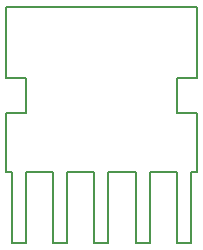
<source format=gm1>
G04 #@! TF.GenerationSoftware,KiCad,Pcbnew,5.0.1*
G04 #@! TF.CreationDate,2019-03-09T23:10:30-08:00*
G04 #@! TF.ProjectId,phoenix-adapter,70686F656E69782D616461707465722E,0.1*
G04 #@! TF.SameCoordinates,Original*
G04 #@! TF.FileFunction,Profile,NP*
%FSLAX46Y46*%
G04 Gerber Fmt 4.6, Leading zero omitted, Abs format (unit mm)*
G04 Created by KiCad (PCBNEW 5.0.1) date Sat 09 Mar 2019 11:10:30 PM PST*
%MOMM*%
%LPD*%
G01*
G04 APERTURE LIST*
%ADD10C,0.150000*%
G04 APERTURE END LIST*
D10*
X147300000Y-121300000D02*
X147800000Y-121300000D01*
X143800000Y-121300000D02*
X146100000Y-121300000D01*
X140300000Y-121300000D02*
X142600000Y-121300000D01*
X136800000Y-121300000D02*
X139100000Y-121300000D01*
X133300000Y-121300000D02*
X135600000Y-121300000D01*
X131600000Y-121300000D02*
X132100000Y-121300000D01*
X142600000Y-127300000D02*
X143800000Y-127300000D01*
X143800000Y-127300000D02*
X143800000Y-121300000D01*
X147300000Y-127300000D02*
X147300000Y-121300000D01*
X146100000Y-121300000D02*
X146100000Y-127300000D01*
X146100000Y-127300000D02*
X147300000Y-127300000D01*
X142600000Y-121300000D02*
X142600000Y-127300000D01*
X133300000Y-127300000D02*
X133300000Y-121300000D01*
X132100000Y-127300000D02*
X133300000Y-127300000D01*
X132100000Y-121300000D02*
X132100000Y-127300000D01*
X136800000Y-127300000D02*
X136800000Y-121300000D01*
X135600000Y-127300000D02*
X136800000Y-127300000D01*
X135600000Y-121300000D02*
X135600000Y-127300000D01*
X140300000Y-127300000D02*
X140300000Y-121300000D01*
X139100000Y-127300000D02*
X140300000Y-127300000D01*
X139100000Y-121300000D02*
X139100000Y-127300000D01*
X147800000Y-118800000D02*
X147800000Y-121300000D01*
X147800000Y-116300000D02*
X147800000Y-118800000D01*
X146100000Y-116300000D02*
X147800000Y-116300000D01*
X146100000Y-113300000D02*
X146100000Y-116300000D01*
X147800000Y-113300000D02*
X146100000Y-113300000D01*
X147800000Y-107300000D02*
X147800000Y-113300000D01*
X131600000Y-107300000D02*
X147800000Y-107300000D01*
X131600000Y-118800000D02*
X131600000Y-121300000D01*
X131600000Y-116300000D02*
X131600000Y-118800000D01*
X133300000Y-116300000D02*
X131600000Y-116300000D01*
X133300000Y-113300000D02*
X133300000Y-116300000D01*
X131600000Y-113300000D02*
X133300000Y-113300000D01*
X131600000Y-107300000D02*
X131600000Y-113300000D01*
M02*

</source>
